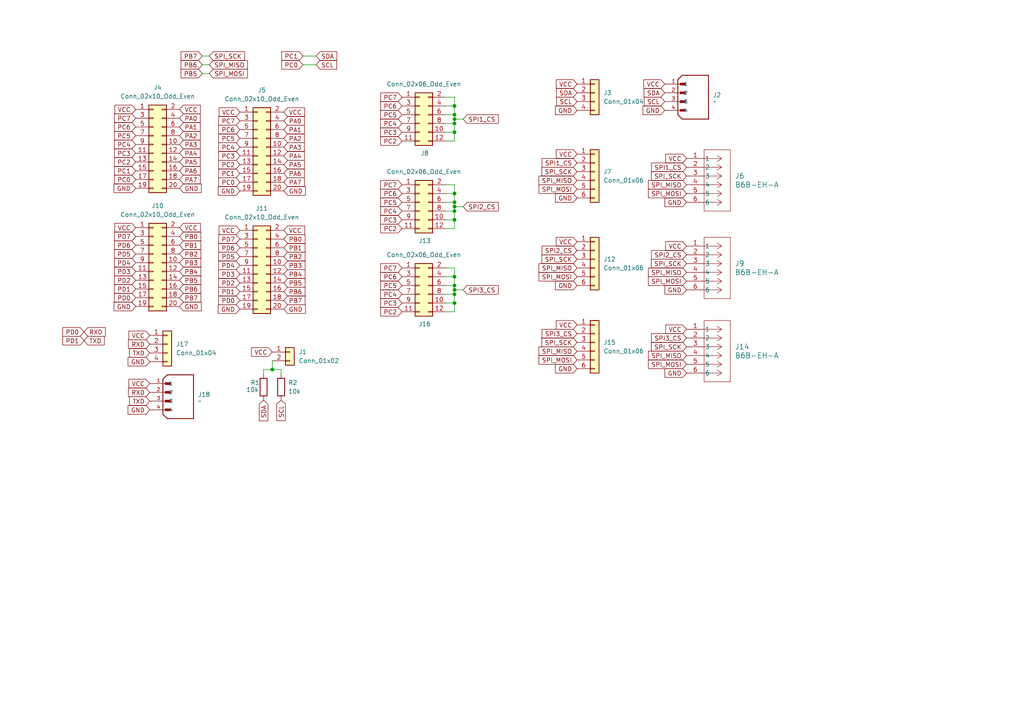
<source format=kicad_sch>
(kicad_sch (version 20231120) (generator "eeschema") (generator_version "8.0")
  (paper "A4")
  (lib_symbols
    (symbol "2024-11-05_08-00-12:B6B-EH-A" (pin_names (offset 0.254))
      (property "Reference" "J" (at 8.89 6.35 0))
      (property "Value" "B6B-EH-A" (at 0 0 0))
      (symbol "B6B-EH-A_1_1"
        (polyline (pts (xy 5.08 -15.24) (xy 12.7 -15.24)) (stroke (width 0.127)))
        (polyline (pts (xy 5.08 2.54) (xy 5.08 -15.24)) (stroke (width 0.127)))
        (polyline (pts (xy 10.16 -12.7) (xy 5.08 -12.7)) (stroke (width 0.127)))
        (polyline (pts (xy 10.16 -12.7) (xy 8.89 -13.5467)) (stroke (width 0.127)))
        (polyline (pts (xy 10.16 -12.7) (xy 8.89 -11.8533)) (stroke (width 0.127)))
        (polyline (pts (xy 10.16 -10.16) (xy 5.08 -10.16)) (stroke (width 0.127)))
        (polyline (pts (xy 10.16 -10.16) (xy 8.89 -11.0067)) (stroke (width 0.127)))
        (polyline (pts (xy 10.16 -10.16) (xy 8.89 -9.3133)) (stroke (width 0.127)))
        (polyline (pts (xy 10.16 -7.62) (xy 5.08 -7.62)) (stroke (width 0.127)))
        (polyline (pts (xy 10.16 -7.62) (xy 8.89 -8.4667)) (stroke (width 0.127)))
        (polyline (pts (xy 10.16 -7.62) (xy 8.89 -6.7733)) (stroke (width 0.127)))
        (polyline (pts (xy 10.16 -5.08) (xy 5.08 -5.08)) (stroke (width 0.127)))
        (polyline (pts (xy 10.16 -5.08) (xy 8.89 -5.9267)) (stroke (width 0.127)))
        (polyline (pts (xy 10.16 -5.08) (xy 8.89 -4.2333)) (stroke (width 0.127)))
        (polyline (pts (xy 10.16 -2.54) (xy 5.08 -2.54)) (stroke (width 0.127)))
        (polyline (pts (xy 10.16 -2.54) (xy 8.89 -3.3867)) (stroke (width 0.127)))
        (polyline (pts (xy 10.16 -2.54) (xy 8.89 -1.6933)) (stroke (width 0.127)))
        (polyline (pts (xy 10.16 0) (xy 5.08 0)) (stroke (width 0.127)))
        (polyline (pts (xy 10.16 0) (xy 8.89 -0.8467)) (stroke (width 0.127)))
        (polyline (pts (xy 10.16 0) (xy 8.89 0.8467)) (stroke (width 0.127)))
        (polyline (pts (xy 12.7 -15.24) (xy 12.7 2.54)) (stroke (width 0.127)))
        (polyline (pts (xy 12.7 2.54) (xy 5.08 2.54)) (stroke (width 0.127)))
        (pin unspecified line (at 0 0 0) (length 5.08) (name "1") (number "1"))
        (pin unspecified line (at 0 -2.54 0) (length 5.08) (name "2") (number "2"))
        (pin unspecified line (at 0 -5.08 0) (length 5.08) (name "3") (number "3"))
        (pin unspecified line (at 0 -7.62 0) (length 5.08) (name "4") (number "4"))
        (pin unspecified line (at 0 -10.16 0) (length 5.08) (name "5") (number "5"))
        (pin unspecified line (at 0 -12.7 0) (length 5.08) (name "6") (number "6"))
      )
      (symbol "B6B-EH-A_1_2"
        (polyline (pts (xy 5.08 -15.24) (xy 12.7 -15.24)) (stroke (width 0.127)))
        (polyline (pts (xy 5.08 2.54) (xy 5.08 -15.24)) (stroke (width 0.127)))
        (polyline (pts (xy 7.62 -12.7) (xy 5.08 -12.7)) (stroke (width 0.127)))
        (polyline (pts (xy 7.62 -12.7) (xy 8.89 -13.5467)) (stroke (width 0.127)))
        (polyline (pts (xy 7.62 -12.7) (xy 8.89 -11.8533)) (stroke (width 0.127)))
        (polyline (pts (xy 7.62 -10.16) (xy 5.08 -10.16)) (stroke (width 0.127)))
        (polyline (pts (xy 7.62 -10.16) (xy 8.89 -11.0067)) (stroke (width 0.127)))
        (polyline (pts (xy 7.62 -10.16) (xy 8.89 -9.3133)) (stroke (width 0.127)))
        (polyline (pts (xy 7.62 -7.62) (xy 5.08 -7.62)) (stroke (width 0.127)))
        (polyline (pts (xy 7.62 -7.62) (xy 8.89 -8.4667)) (stroke (width 0.127)))
        (polyline (pts (xy 7.62 -7.62) (xy 8.89 -6.7733)) (stroke (width 0.127)))
        (polyline (pts (xy 7.62 -5.08) (xy 5.08 -5.08)) (stroke (width 0.127)))
        (polyline (pts (xy 7.62 -5.08) (xy 8.89 -5.9267)) (stroke (width 0.127)))
        (polyline (pts (xy 7.62 -5.08) (xy 8.89 -4.2333)) (stroke (width 0.127)))
        (polyline (pts (xy 7.62 -2.54) (xy 5.08 -2.54)) (stroke (width 0.127)))
        (polyline (pts (xy 7.62 -2.54) (xy 8.89 -3.3867)) (stroke (width 0.127)))
        (polyline (pts (xy 7.62 -2.54) (xy 8.89 -1.6933)) (stroke (width 0.127)))
        (polyline (pts (xy 7.62 0) (xy 5.08 0)) (stroke (width 0.127)))
        (polyline (pts (xy 7.62 0) (xy 8.89 -0.8467)) (stroke (width 0.127)))
        (polyline (pts (xy 7.62 0) (xy 8.89 0.8467)) (stroke (width 0.127)))
        (polyline (pts (xy 12.7 -15.24) (xy 12.7 2.54)) (stroke (width 0.127)))
        (polyline (pts (xy 12.7 2.54) (xy 5.08 2.54)) (stroke (width 0.127)))
        (pin unspecified line (at 0 0 0) (length 5.08) (name "1") (number "1"))
        (pin unspecified line (at 0 -2.54 0) (length 5.08) (name "2") (number "2"))
        (pin unspecified line (at 0 -5.08 0) (length 5.08) (name "3") (number "3"))
        (pin unspecified line (at 0 -7.62 0) (length 5.08) (name "4") (number "4"))
        (pin unspecified line (at 0 -10.16 0) (length 5.08) (name "5") (number "5"))
        (pin unspecified line (at 0 -12.7 0) (length 5.08) (name "6") (number "6"))
      )
    )
    (symbol "Connector_Generic:Conn_01x02" (pin_names (offset 1.016) hide)
      (property "Reference" "J" (at 0 2.54 0))
      (property "Value" "Conn_01x02" (at 0 -5.08 0))
      (symbol "Conn_01x02_1_1"
        (rectangle (start -1.27 -2.413) (end 0 -2.667) (stroke (width 0.1524)))
        (rectangle (start -1.27 0.127) (end 0 -0.127) (stroke (width 0.1524)))
        (rectangle (start -1.27 1.27) (end 1.27 -3.81) (stroke (width 0.254)) (fill (type background)))
        (pin passive line (at -5.08 0 0) (length 3.81) (name "Pin_1") (number "1"))
        (pin passive line (at -5.08 -2.54 0) (length 3.81) (name "Pin_2") (number "2"))
      )
    )
    (symbol "Connector_Generic:Conn_01x04" (pin_names (offset 1.016) hide)
      (property "Reference" "J" (at 0 5.08 0))
      (property "Value" "Conn_01x04" (at 0 -7.62 0))
      (symbol "Conn_01x04_1_1"
        (rectangle (start -1.27 -4.953) (end 0 -5.207) (stroke (width 0.1524)))
        (rectangle (start -1.27 -2.413) (end 0 -2.667) (stroke (width 0.1524)))
        (rectangle (start -1.27 0.127) (end 0 -0.127) (stroke (width 0.1524)))
        (rectangle (start -1.27 2.667) (end 0 2.413) (stroke (width 0.1524)))
        (rectangle (start -1.27 3.81) (end 1.27 -6.35) (stroke (width 0.254)) (fill (type background)))
        (pin passive line (at -5.08 2.54 0) (length 3.81) (name "Pin_1") (number "1"))
        (pin passive line (at -5.08 0 0) (length 3.81) (name "Pin_2") (number "2"))
        (pin passive line (at -5.08 -2.54 0) (length 3.81) (name "Pin_3") (number "3"))
        (pin passive line (at -5.08 -5.08 0) (length 3.81) (name "Pin_4") (number "4"))
      )
    )
    (symbol "Connector_Generic:Conn_01x06" (pin_names (offset 1.016) hide)
      (property "Reference" "J" (at 0 7.62 0))
      (property "Value" "Conn_01x06" (at 0 -10.16 0))
      (symbol "Conn_01x06_1_1"
        (rectangle (start -1.27 -7.493) (end 0 -7.747) (stroke (width 0.1524)))
        (rectangle (start -1.27 -4.953) (end 0 -5.207) (stroke (width 0.1524)))
        (rectangle (start -1.27 -2.413) (end 0 -2.667) (stroke (width 0.1524)))
        (rectangle (start -1.27 0.127) (end 0 -0.127) (stroke (width 0.1524)))
        (rectangle (start -1.27 2.667) (end 0 2.413) (stroke (width 0.1524)))
        (rectangle (start -1.27 5.207) (end 0 4.953) (stroke (width 0.1524)))
        (rectangle (start -1.27 6.35) (end 1.27 -8.89) (stroke (width 0.254)) (fill (type background)))
        (pin passive line (at -5.08 5.08 0) (length 3.81) (name "Pin_1") (number "1"))
        (pin passive line (at -5.08 2.54 0) (length 3.81) (name "Pin_2") (number "2"))
        (pin passive line (at -5.08 0 0) (length 3.81) (name "Pin_3") (number "3"))
        (pin passive line (at -5.08 -2.54 0) (length 3.81) (name "Pin_4") (number "4"))
        (pin passive line (at -5.08 -5.08 0) (length 3.81) (name "Pin_5") (number "5"))
        (pin passive line (at -5.08 -7.62 0) (length 3.81) (name "Pin_6") (number "6"))
      )
    )
    (symbol "Connector_Generic:Conn_02x06_Odd_Even" (pin_names (offset 1.016) hide)
      (property "Reference" "J" (at 1.27 7.62 0))
      (property "Value" "Conn_02x06_Odd_Even" (at 1.27 -10.16 0))
      (symbol "Conn_02x06_Odd_Even_1_1"
        (rectangle (start -1.27 -7.493) (end 0 -7.747) (stroke (width 0.1524)))
        (rectangle (start -1.27 -4.953) (end 0 -5.207) (stroke (width 0.1524)))
        (rectangle (start -1.27 -2.413) (end 0 -2.667) (stroke (width 0.1524)))
        (rectangle (start -1.27 0.127) (end 0 -0.127) (stroke (width 0.1524)))
        (rectangle (start -1.27 2.667) (end 0 2.413) (stroke (width 0.1524)))
        (rectangle (start -1.27 5.207) (end 0 4.953) (stroke (width 0.1524)))
        (rectangle (start -1.27 6.35) (end 3.81 -8.89) (stroke (width 0.254)) (fill (type background)))
        (rectangle (start 3.81 -7.493) (end 2.54 -7.747) (stroke (width 0.1524)))
        (rectangle (start 3.81 -4.953) (end 2.54 -5.207) (stroke (width 0.1524)))
        (rectangle (start 3.81 -2.413) (end 2.54 -2.667) (stroke (width 0.1524)))
        (rectangle (start 3.81 0.127) (end 2.54 -0.127) (stroke (width 0.1524)))
        (rectangle (start 3.81 2.667) (end 2.54 2.413) (stroke (width 0.1524)))
        (rectangle (start 3.81 5.207) (end 2.54 4.953) (stroke (width 0.1524)))
        (pin passive line (at -5.08 5.08 0) (length 3.81) (name "Pin_1") (number "1"))
        (pin passive line (at 7.62 -5.08 180) (length 3.81) (name "Pin_10") (number "10"))
        (pin passive line (at -5.08 -7.62 0) (length 3.81) (name "Pin_11") (number "11"))
        (pin passive line (at 7.62 -7.62 180) (length 3.81) (name "Pin_12") (number "12"))
        (pin passive line (at 7.62 5.08 180) (length 3.81) (name "Pin_2") (number "2"))
        (pin passive line (at -5.08 2.54 0) (length 3.81) (name "Pin_3") (number "3"))
        (pin passive line (at 7.62 2.54 180) (length 3.81) (name "Pin_4") (number "4"))
        (pin passive line (at -5.08 0 0) (length 3.81) (name "Pin_5") (number "5"))
        (pin passive line (at 7.62 0 180) (length 3.81) (name "Pin_6") (number "6"))
        (pin passive line (at -5.08 -2.54 0) (length 3.81) (name "Pin_7") (number "7"))
        (pin passive line (at 7.62 -2.54 180) (length 3.81) (name "Pin_8") (number "8"))
        (pin passive line (at -5.08 -5.08 0) (length 3.81) (name "Pin_9") (number "9"))
      )
    )
    (symbol "Connector_Generic:Conn_02x10_Odd_Even" (pin_names (offset 1.016) hide)
      (property "Reference" "J" (at 1.27 12.7 0))
      (property "Value" "Conn_02x10_Odd_Even" (at 1.27 -15.24 0))
      (symbol "Conn_02x10_Odd_Even_1_1"
        (rectangle (start -1.27 -12.573) (end 0 -12.827) (stroke (width 0.1524)))
        (rectangle (start -1.27 -10.033) (end 0 -10.287) (stroke (width 0.1524)))
        (rectangle (start -1.27 -7.493) (end 0 -7.747) (stroke (width 0.1524)))
        (rectangle (start -1.27 -4.953) (end 0 -5.207) (stroke (width 0.1524)))
        (rectangle (start -1.27 -2.413) (end 0 -2.667) (stroke (width 0.1524)))
        (rectangle (start -1.27 0.127) (end 0 -0.127) (stroke (width 0.1524)))
        (rectangle (start -1.27 2.667) (end 0 2.413) (stroke (width 0.1524)))
        (rectangle (start -1.27 5.207) (end 0 4.953) (stroke (width 0.1524)))
        (rectangle (start -1.27 7.747) (end 0 7.493) (stroke (width 0.1524)))
        (rectangle (start -1.27 10.287) (end 0 10.033) (stroke (width 0.1524)))
        (rectangle (start -1.27 11.43) (end 3.81 -13.97) (stroke (width 0.254)) (fill (type background)))
        (rectangle (start 3.81 -12.573) (end 2.54 -12.827) (stroke (width 0.1524)))
        (rectangle (start 3.81 -10.033) (end 2.54 -10.287) (stroke (width 0.1524)))
        (rectangle (start 3.81 -7.493) (end 2.54 -7.747) (stroke (width 0.1524)))
        (rectangle (start 3.81 -4.953) (end 2.54 -5.207) (stroke (width 0.1524)))
        (rectangle (start 3.81 -2.413) (end 2.54 -2.667) (stroke (width 0.1524)))
        (rectangle (start 3.81 0.127) (end 2.54 -0.127) (stroke (width 0.1524)))
        (rectangle (start 3.81 2.667) (end 2.54 2.413) (stroke (width 0.1524)))
        (rectangle (start 3.81 5.207) (end 2.54 4.953) (stroke (width 0.1524)))
        (rectangle (start 3.81 7.747) (end 2.54 7.493) (stroke (width 0.1524)))
        (rectangle (start 3.81 10.287) (end 2.54 10.033) (stroke (width 0.1524)))
        (pin passive line (at -5.08 10.16 0) (length 3.81) (name "Pin_1") (number "1"))
        (pin passive line (at 7.62 0 180) (length 3.81) (name "Pin_10") (number "10"))
        (pin passive line (at -5.08 -2.54 0) (length 3.81) (name "Pin_11") (number "11"))
        (pin passive line (at 7.62 -2.54 180) (length 3.81) (name "Pin_12") (number "12"))
        (pin passive line (at -5.08 -5.08 0) (length 3.81) (name "Pin_13") (number "13"))
        (pin passive line (at 7.62 -5.08 180) (length 3.81) (name "Pin_14") (number "14"))
        (pin passive line (at -5.08 -7.62 0) (length 3.81) (name "Pin_15") (number "15"))
        (pin passive line (at 7.62 -7.62 180) (length 3.81) (name "Pin_16") (number "16"))
        (pin passive line (at -5.08 -10.16 0) (length 3.81) (name "Pin_17") (number "17"))
        (pin passive line (at 7.62 -10.16 180) (length 3.81) (name "Pin_18") (number "18"))
        (pin passive line (at -5.08 -12.7 0) (length 3.81) (name "Pin_19") (number "19"))
        (pin passive line (at 7.62 10.16 180) (length 3.81) (name "Pin_2") (number "2"))
        (pin passive line (at 7.62 -12.7 180) (length 3.81) (name "Pin_20") (number "20"))
        (pin passive line (at -5.08 7.62 0) (length 3.81) (name "Pin_3") (number "3"))
        (pin passive line (at 7.62 7.62 180) (length 3.81) (name "Pin_4") (number "4"))
        (pin passive line (at -5.08 5.08 0) (length 3.81) (name "Pin_5") (number "5"))
        (pin passive line (at 7.62 5.08 180) (length 3.81) (name "Pin_6") (number "6"))
        (pin passive line (at -5.08 2.54 0) (length 3.81) (name "Pin_7") (number "7"))
        (pin passive line (at 7.62 2.54 180) (length 3.81) (name "Pin_8") (number "8"))
        (pin passive line (at -5.08 0 0) (length 3.81) (name "Pin_9") (number "9"))
      )
    )
    (symbol "Device:R" (pin_numbers hide) (pin_names (offset 0))
      (property "Reference" "R" (at 2.032 0 90))
      (property "Value" "R" (at 0 0 90))
      (symbol "R_0_1"
        (rectangle (start -1.016 -2.54) (end 1.016 2.54) (stroke (width 0.254)))
      )
      (symbol "R_1_1"
        (pin passive line (at 0 3.81 270) (length 1.27) (name "~") (number "1"))
        (pin passive line (at 0 -3.81 90) (length 1.27) (name "~") (number "2"))
      )
    )
    (symbol "Modular_Electronics_Toolkit:CONN_I2C"
      (property "Reference" "J" (at 8.89 3.81 0))
      (symbol "CONN_I2C_0_0"
        (polyline (pts (xy 3.81 -8.89) (xy 5.08 -10.16)) (stroke (width 0.254)))
        (polyline (pts (xy 3.81 1.27) (xy 3.81 -8.89)) (stroke (width 0.254)))
        (polyline (pts (xy 3.81 1.27) (xy 5.08 2.54)) (stroke (width 0.254)))
        (polyline (pts (xy 5.08 -10.16) (xy 12.7 -10.16)) (stroke (width 0.254)))
        (polyline (pts (xy 12.7 -10.16) (xy 12.7 2.54)) (stroke (width 0.254)))
        (polyline (pts (xy 12.7 2.54) (xy 5.08 2.54)) (stroke (width 0.254)))
        (rectangle (start 4.445 -7.9375) (end 6.0325 -7.3025) (stroke (width 0.1)) (fill (type outline)))
        (rectangle (start 4.445 -5.3975) (end 6.0325 -4.7625) (stroke (width 0.1)) (fill (type outline)))
        (rectangle (start 4.445 -2.8575) (end 6.0325 -2.2225) (stroke (width 0.1)) (fill (type outline)))
        (rectangle (start 4.445 -0.3175) (end 6.0325 0.3175) (stroke (width 0.1)) (fill (type outline)))
        (pin passive line (at 0 0 0) (length 5.08) (name "1") (number "1"))
        (pin passive line (at 0 -2.54 0) (length 5.08) (name "2") (number "2"))
        (pin passive line (at 0 -5.08 0) (length 5.08) (name "3") (number "3"))
        (pin passive line (at 0 -7.62 0) (length 5.08) (name "4") (number "4"))
      )
    )
  )
  (junction (at 131.826 63.754))
  (junction (at 131.826 85.344))
  (junction (at 131.826 87.884))
  (junction (at 131.826 58.674))
  (junction (at 78.994 107.188))
  (junction (at 131.826 38.354))
  (junction (at 131.826 34.544))
  (junction (at 131.826 84.074))
  (junction (at 131.826 30.734))
  (junction (at 131.826 33.274))
  (junction (at 131.826 59.944))
  (junction (at 131.826 80.264))
  (junction (at 131.826 61.214))
  (junction (at 131.826 82.804))
  (junction (at 131.826 35.814))
  (junction (at 131.826 56.134))
  (wire (pts (xy 87.884 18.796) (xy 91.694 18.796)))
  (wire (pts (xy 129.286 77.724) (xy 131.826 77.724)))
  (wire (pts (xy 81.534 107.188) (xy 78.994 107.188)))
  (wire (pts (xy 129.286 80.264) (xy 131.826 80.264)))
  (wire (pts (xy 131.826 80.264) (xy 131.826 82.804)))
  (wire (pts (xy 131.826 82.804) (xy 131.826 84.074)))
  (wire (pts (xy 129.286 56.134) (xy 131.826 56.134)))
  (wire (pts (xy 129.286 61.214) (xy 131.826 61.214)))
  (wire (pts (xy 131.826 85.344) (xy 131.826 87.884)))
  (wire (pts (xy 131.826 35.814) (xy 131.826 38.354)))
  (wire (pts (xy 129.286 58.674) (xy 131.826 58.674)))
  (wire (pts (xy 78.994 104.648) (xy 78.994 107.188)))
  (wire (pts (xy 81.534 108.458) (xy 81.534 107.188)))
  (wire (pts (xy 131.826 34.544) (xy 134.366 34.544)))
  (wire (pts (xy 131.826 84.074) (xy 131.826 85.344)))
  (wire (pts (xy 129.286 87.884) (xy 131.826 87.884)))
  (wire (pts (xy 131.826 90.424) (xy 129.286 90.424)))
  (wire (pts (xy 129.286 35.814) (xy 131.826 35.814)))
  (wire (pts (xy 131.826 28.194) (xy 131.826 30.734)))
  (wire (pts (xy 131.826 58.674) (xy 131.826 59.944)))
  (wire (pts (xy 129.286 85.344) (xy 131.826 85.344)))
  (wire (pts (xy 129.286 30.734) (xy 131.826 30.734)))
  (wire (pts (xy 131.826 34.544) (xy 131.826 35.814)))
  (wire (pts (xy 129.286 33.274) (xy 131.826 33.274)))
  (wire (pts (xy 131.826 30.734) (xy 131.826 33.274)))
  (wire (pts (xy 87.884 16.256) (xy 91.694 16.256)))
  (wire (pts (xy 131.826 63.754) (xy 131.826 66.294)))
  (wire (pts (xy 131.826 66.294) (xy 129.286 66.294)))
  (wire (pts (xy 129.286 28.194) (xy 131.826 28.194)))
  (wire (pts (xy 131.826 40.894) (xy 129.286 40.894)))
  (wire (pts (xy 129.286 53.594) (xy 131.826 53.594)))
  (wire (pts (xy 78.994 107.188) (xy 76.454 107.188)))
  (wire (pts (xy 131.826 56.134) (xy 131.826 58.674)))
  (wire (pts (xy 129.286 38.354) (xy 131.826 38.354)))
  (wire (pts (xy 58.674 18.796) (xy 60.706 18.796)))
  (wire (pts (xy 131.826 59.944) (xy 131.826 61.214)))
  (wire (pts (xy 58.674 21.336) (xy 60.706 21.336)))
  (wire (pts (xy 131.826 61.214) (xy 131.826 63.754)))
  (wire (pts (xy 129.286 82.804) (xy 131.826 82.804)))
  (wire (pts (xy 131.826 38.354) (xy 131.826 40.894)))
  (wire (pts (xy 76.454 107.188) (xy 76.454 108.458)))
  (wire (pts (xy 131.826 53.594) (xy 131.826 56.134)))
  (wire (pts (xy 131.826 84.074) (xy 134.366 84.074)))
  (wire (pts (xy 58.674 16.256) (xy 60.706 16.256)))
  (wire (pts (xy 131.826 33.274) (xy 131.826 34.544)))
  (wire (pts (xy 129.286 63.754) (xy 131.826 63.754)))
  (wire (pts (xy 131.826 59.944) (xy 134.366 59.944)))
  (wire (pts (xy 131.826 77.724) (xy 131.826 80.264)))
  (wire (pts (xy 131.826 87.884) (xy 131.826 90.424)))
  (global_label "VCC" (shape input) (at 39.37 31.75 180) (property "Intersheetrefs" "${INTERSHEET_REFS}" (effects (hide yes))))
  (global_label "PC4" (shape input) (at 69.596 42.672 180) (property "Intersheetrefs" "${INTERSHEET_REFS}" (effects (hide yes))))
  (global_label "SPI1_CS" (shape input) (at 134.366 34.544 0) (property "Intersheetrefs" "${INTERSHEET_REFS}" (effects (hide yes))))
  (global_label "SPI_SCK" (shape input) (at 167.386 49.784 180) (property "Intersheetrefs" "${INTERSHEET_REFS}" (effects (hide yes))))
  (global_label "PA0" (shape input) (at 82.296 35.052 0) (property "Intersheetrefs" "${INTERSHEET_REFS}" (effects (hide yes))))
  (global_label "SCL" (shape input) (at 167.386 29.464 180) (property "Intersheetrefs" "${INTERSHEET_REFS}" (effects (hide yes))))
  (global_label "SPI_MISO" (shape input) (at 60.706 18.796 0) (property "Intersheetrefs" "${INTERSHEET_REFS}" (effects (hide yes))))
  (global_label "GND" (shape input) (at 167.386 57.404 180) (property "Intersheetrefs" "${INTERSHEET_REFS}" (effects (hide yes))))
  (global_label "SDA" (shape input) (at 91.694 16.256 0) (property "Intersheetrefs" "${INTERSHEET_REFS}" (effects (hide yes))))
  (global_label "SPI2_CS" (shape input) (at 167.386 72.644 180) (property "Intersheetrefs" "${INTERSHEET_REFS}" (effects (hide yes))))
  (global_label "SPI_MISO" (shape input) (at 199.136 78.994 180) (property "Intersheetrefs" "${INTERSHEET_REFS}" (effects (hide yes))))
  (global_label "TXD" (shape input) (at 43.434 102.362 180) (property "Intersheetrefs" "${INTERSHEET_REFS}" (effects (hide yes))))
  (global_label "SPI_SCK" (shape input) (at 199.136 51.054 180) (property "Intersheetrefs" "${INTERSHEET_REFS}" (effects (hide yes))))
  (global_label "PC3" (shape input) (at 116.586 87.884 180) (property "Intersheetrefs" "${INTERSHEET_REFS}" (effects (hide yes))))
  (global_label "PB0" (shape input) (at 82.296 69.342 0) (property "Intersheetrefs" "${INTERSHEET_REFS}" (effects (hide yes))))
  (global_label "PC3" (shape input) (at 69.596 45.212 180) (property "Intersheetrefs" "${INTERSHEET_REFS}" (effects (hide yes))))
  (global_label "PB6" (shape input) (at 58.674 18.796 180) (property "Intersheetrefs" "${INTERSHEET_REFS}" (effects (hide yes))))
  (global_label "GND" (shape input) (at 39.37 54.61 180) (property "Intersheetrefs" "${INTERSHEET_REFS}" (effects (hide yes))))
  (global_label "SPI_MOSI" (shape input) (at 60.706 21.336 0) (property "Intersheetrefs" "${INTERSHEET_REFS}" (effects (hide yes))))
  (global_label "SPI_SCK" (shape input) (at 199.136 100.584 180) (property "Intersheetrefs" "${INTERSHEET_REFS}" (effects (hide yes))))
  (global_label "PD5" (shape input) (at 39.37 73.66 180) (property "Intersheetrefs" "${INTERSHEET_REFS}" (effects (hide yes))))
  (global_label "PC2" (shape input) (at 39.37 46.99 180) (property "Intersheetrefs" "${INTERSHEET_REFS}" (effects (hide yes))))
  (global_label "SPI1_CS" (shape input) (at 199.136 48.514 180) (property "Intersheetrefs" "${INTERSHEET_REFS}" (effects (hide yes))))
  (global_label "VCC" (shape input) (at 167.386 94.234 180) (property "Intersheetrefs" "${INTERSHEET_REFS}" (effects (hide yes))))
  (global_label "PA3" (shape input) (at 52.07 41.91 0) (property "Intersheetrefs" "${INTERSHEET_REFS}" (effects (hide yes))))
  (global_label "SCL" (shape input) (at 192.786 29.464 180) (property "Intersheetrefs" "${INTERSHEET_REFS}" (effects (hide yes))))
  (global_label "SDA" (shape input) (at 167.386 26.924 180) (property "Intersheetrefs" "${INTERSHEET_REFS}" (effects (hide yes))))
  (global_label "PC3" (shape input) (at 39.37 44.45 180) (property "Intersheetrefs" "${INTERSHEET_REFS}" (effects (hide yes))))
  (global_label "VCC" (shape input) (at 82.296 66.802 0) (property "Intersheetrefs" "${INTERSHEET_REFS}" (effects (hide yes))))
  (global_label "PD2" (shape input) (at 39.37 81.28 180) (property "Intersheetrefs" "${INTERSHEET_REFS}" (effects (hide yes))))
  (global_label "GND" (shape input) (at 52.07 54.61 0) (property "Intersheetrefs" "${INTERSHEET_REFS}" (effects (hide yes))))
  (global_label "SPI2_CS" (shape input) (at 134.366 59.944 0) (property "Intersheetrefs" "${INTERSHEET_REFS}" (effects (hide yes))))
  (global_label "SPI_MOSI" (shape input) (at 199.136 81.534 180) (property "Intersheetrefs" "${INTERSHEET_REFS}" (effects (hide yes))))
  (global_label "PC5" (shape input) (at 116.586 33.274 180) (property "Intersheetrefs" "${INTERSHEET_REFS}" (effects (hide yes))))
  (global_label "PB5" (shape input) (at 82.296 82.042 0) (property "Intersheetrefs" "${INTERSHEET_REFS}" (effects (hide yes))))
  (global_label "GND" (shape input) (at 39.37 88.9 180) (property "Intersheetrefs" "${INTERSHEET_REFS}" (effects (hide yes))))
  (global_label "PB1" (shape input) (at 82.296 71.882 0) (property "Intersheetrefs" "${INTERSHEET_REFS}" (effects (hide yes))))
  (global_label "SPI3_CS" (shape input) (at 199.136 98.044 180) (property "Intersheetrefs" "${INTERSHEET_REFS}" (effects (hide yes))))
  (global_label "VCC" (shape input) (at 52.07 66.04 0) (property "Intersheetrefs" "${INTERSHEET_REFS}" (effects (hide yes))))
  (global_label "PC7" (shape input) (at 116.586 53.594 180) (property "Intersheetrefs" "${INTERSHEET_REFS}" (effects (hide yes))))
  (global_label "GND" (shape input) (at 167.386 82.804 180) (property "Intersheetrefs" "${INTERSHEET_REFS}" (effects (hide yes))))
  (global_label "PC6" (shape input) (at 116.586 30.734 180) (property "Intersheetrefs" "${INTERSHEET_REFS}" (effects (hide yes))))
  (global_label "RXD" (shape input) (at 24.384 96.266 0) (property "Intersheetrefs" "${INTERSHEET_REFS}" (effects (hide yes))))
  (global_label "PA6" (shape input) (at 82.296 50.292 0) (property "Intersheetrefs" "${INTERSHEET_REFS}" (effects (hide yes))))
  (global_label "PA7" (shape input) (at 52.07 52.07 0) (property "Intersheetrefs" "${INTERSHEET_REFS}" (effects (hide yes))))
  (global_label "PC5" (shape input) (at 116.586 58.674 180) (property "Intersheetrefs" "${INTERSHEET_REFS}" (effects (hide yes))))
  (global_label "PC4" (shape input) (at 39.37 41.91 180) (property "Intersheetrefs" "${INTERSHEET_REFS}" (effects (hide yes))))
  (global_label "PA1" (shape input) (at 52.07 36.83 0) (property "Intersheetrefs" "${INTERSHEET_REFS}" (effects (hide yes))))
  (global_label "TXD" (shape input) (at 43.434 116.332 180) (property "Intersheetrefs" "${INTERSHEET_REFS}" (effects (hide yes))))
  (global_label "PA1" (shape input) (at 82.296 37.592 0) (property "Intersheetrefs" "${INTERSHEET_REFS}" (effects (hide yes))))
  (global_label "PC2" (shape input) (at 116.586 40.894 180) (property "Intersheetrefs" "${INTERSHEET_REFS}" (effects (hide yes))))
  (global_label "VCC" (shape input) (at 199.136 45.974 180) (property "Intersheetrefs" "${INTERSHEET_REFS}" (effects (hide yes))))
  (global_label "PC5" (shape input) (at 116.586 82.804 180) (property "Intersheetrefs" "${INTERSHEET_REFS}" (effects (hide yes))))
  (global_label "PC2" (shape input) (at 116.586 90.424 180) (property "Intersheetrefs" "${INTERSHEET_REFS}" (effects (hide yes))))
  (global_label "PC7" (shape input) (at 69.596 35.052 180) (property "Intersheetrefs" "${INTERSHEET_REFS}" (effects (hide yes))))
  (global_label "GND" (shape input) (at 199.136 108.204 180) (property "Intersheetrefs" "${INTERSHEET_REFS}" (effects (hide yes))))
  (global_label "PD6" (shape input) (at 39.37 71.12 180) (property "Intersheetrefs" "${INTERSHEET_REFS}" (effects (hide yes))))
  (global_label "PD0" (shape input) (at 39.37 86.36 180) (property "Intersheetrefs" "${INTERSHEET_REFS}" (effects (hide yes))))
  (global_label "SPI_SCK" (shape input) (at 167.386 75.184 180) (property "Intersheetrefs" "${INTERSHEET_REFS}" (effects (hide yes))))
  (global_label "PD3" (shape input) (at 69.596 79.502 180) (property "Intersheetrefs" "${INTERSHEET_REFS}" (effects (hide yes))))
  (global_label "PB7" (shape input) (at 82.296 87.122 0) (property "Intersheetrefs" "${INTERSHEET_REFS}" (effects (hide yes))))
  (global_label "PA4" (shape input) (at 82.296 45.212 0) (property "Intersheetrefs" "${INTERSHEET_REFS}" (effects (hide yes))))
  (global_label "GND" (shape input) (at 199.136 58.674 180) (property "Intersheetrefs" "${INTERSHEET_REFS}" (effects (hide yes))))
  (global_label "PD5" (shape input) (at 69.596 74.422 180) (property "Intersheetrefs" "${INTERSHEET_REFS}" (effects (hide yes))))
  (global_label "SDA" (shape input) (at 76.454 116.078 270) (property "Intersheetrefs" "${INTERSHEET_REFS}" (effects (hide yes))))
  (global_label "VCC" (shape input) (at 82.296 32.512 0) (property "Intersheetrefs" "${INTERSHEET_REFS}" (effects (hide yes))))
  (global_label "VCC" (shape input) (at 167.386 70.104 180) (property "Intersheetrefs" "${INTERSHEET_REFS}" (effects (hide yes))))
  (global_label "PD1" (shape input) (at 39.37 83.82 180) (property "Intersheetrefs" "${INTERSHEET_REFS}" (effects (hide yes))))
  (global_label "PC0" (shape input) (at 69.596 52.832 180) (property "Intersheetrefs" "${INTERSHEET_REFS}" (effects (hide yes))))
  (global_label "GND" (shape input) (at 69.596 89.662 180) (property "Intersheetrefs" "${INTERSHEET_REFS}" (effects (hide yes))))
  (global_label "PA5" (shape input) (at 52.07 46.99 0) (property "Intersheetrefs" "${INTERSHEET_REFS}" (effects (hide yes))))
  (global_label "PD7" (shape input) (at 39.37 68.58 180) (property "Intersheetrefs" "${INTERSHEET_REFS}" (effects (hide yes))))
  (global_label "PC4" (shape input) (at 116.586 61.214 180) (property "Intersheetrefs" "${INTERSHEET_REFS}" (effects (hide yes))))
  (global_label "GND" (shape input) (at 82.296 55.372 0) (property "Intersheetrefs" "${INTERSHEET_REFS}" (effects (hide yes))))
  (global_label "PB7" (shape input) (at 58.674 16.256 180) (property "Intersheetrefs" "${INTERSHEET_REFS}" (effects (hide yes))))
  (global_label "PB7" (shape input) (at 52.07 86.36 0) (property "Intersheetrefs" "${INTERSHEET_REFS}" (effects (hide yes))))
  (global_label "SPI2_CS" (shape input) (at 199.136 73.914 180) (property "Intersheetrefs" "${INTERSHEET_REFS}" (effects (hide yes))))
  (global_label "PB0" (shape input) (at 52.07 68.58 0) (property "Intersheetrefs" "${INTERSHEET_REFS}" (effects (hide yes))))
  (global_label "VCC" (shape input) (at 43.434 97.282 180) (property "Intersheetrefs" "${INTERSHEET_REFS}" (effects (hide yes))))
  (global_label "PA4" (shape input) (at 52.07 44.45 0) (property "Intersheetrefs" "${INTERSHEET_REFS}" (effects (hide yes))))
  (global_label "PC7" (shape input) (at 116.586 28.194 180) (property "Intersheetrefs" "${INTERSHEET_REFS}" (effects (hide yes))))
  (global_label "PB2" (shape input) (at 82.296 74.422 0) (property "Intersheetrefs" "${INTERSHEET_REFS}" (effects (hide yes))))
  (global_label "PB3" (shape input) (at 82.296 76.962 0) (property "Intersheetrefs" "${INTERSHEET_REFS}" (effects (hide yes))))
  (global_label "SPI_MISO" (shape input) (at 199.136 53.594 180) (property "Intersheetrefs" "${INTERSHEET_REFS}" (effects (hide yes))))
  (global_label "PB5" (shape input) (at 52.07 81.28 0) (property "Intersheetrefs" "${INTERSHEET_REFS}" (effects (hide yes))))
  (global_label "PA5" (shape input) (at 82.296 47.752 0) (property "Intersheetrefs" "${INTERSHEET_REFS}" (effects (hide yes))))
  (global_label "PC7" (shape input) (at 116.586 77.724 180) (property "Intersheetrefs" "${INTERSHEET_REFS}" (effects (hide yes))))
  (global_label "PD6" (shape input) (at 69.596 71.882 180) (property "Intersheetrefs" "${INTERSHEET_REFS}" (effects (hide yes))))
  (global_label "PA0" (shape input) (at 52.07 34.29 0) (property "Intersheetrefs" "${INTERSHEET_REFS}" (effects (hide yes))))
  (global_label "PA2" (shape input) (at 52.07 39.37 0) (property "Intersheetrefs" "${INTERSHEET_REFS}" (effects (hide yes))))
  (global_label "PD1" (shape input) (at 69.596 84.582 180) (property "Intersheetrefs" "${INTERSHEET_REFS}" (effects (hide yes))))
  (global_label "PC0" (shape input) (at 87.884 18.796 180) (property "Intersheetrefs" "${INTERSHEET_REFS}" (effects (hide yes))))
  (global_label "PC6" (shape input) (at 116.586 80.264 180) (property "Intersheetrefs" "${INTERSHEET_REFS}" (effects (hide yes))))
  (global_label "VCC" (shape input) (at 167.386 24.384 180) (property "Intersheetrefs" "${INTERSHEET_REFS}" (effects (hide yes))))
  (global_label "VCC" (shape input) (at 52.07 31.75 0) (property "Intersheetrefs" "${INTERSHEET_REFS}" (effects (hide yes))))
  (global_label "PB6" (shape input) (at 52.07 83.82 0) (property "Intersheetrefs" "${INTERSHEET_REFS}" (effects (hide yes))))
  (global_label "SPI_MOSI" (shape input) (at 167.386 80.264 180) (property "Intersheetrefs" "${INTERSHEET_REFS}" (effects (hide yes))))
  (global_label "GND" (shape input) (at 43.434 118.872 180) (property "Intersheetrefs" "${INTERSHEET_REFS}" (effects (hide yes))))
  (global_label "PD4" (shape input) (at 69.596 76.962 180) (property "Intersheetrefs" "${INTERSHEET_REFS}" (effects (hide yes))))
  (global_label "VCC" (shape input) (at 192.786 24.384 180) (property "Intersheetrefs" "${INTERSHEET_REFS}" (effects (hide yes))))
  (global_label "SPI_MOSI" (shape input) (at 167.386 54.864 180) (property "Intersheetrefs" "${INTERSHEET_REFS}" (effects (hide yes))))
  (global_label "VCC" (shape input) (at 167.386 44.704 180) (property "Intersheetrefs" "${INTERSHEET_REFS}" (effects (hide yes))))
  (global_label "VCC" (shape input) (at 69.596 32.512 180) (property "Intersheetrefs" "${INTERSHEET_REFS}" (effects (hide yes))))
  (global_label "SPI_MISO" (shape input) (at 199.136 103.124 180) (property "Intersheetrefs" "${INTERSHEET_REFS}" (effects (hide yes))))
  (global_label "PC4" (shape input) (at 116.586 85.344 180) (property "Intersheetrefs" "${INTERSHEET_REFS}" (effects (hide yes))))
  (global_label "SPI_MISO" (shape input) (at 167.386 101.854 180) (property "Intersheetrefs" "${INTERSHEET_REFS}" (effects (hide yes))))
  (global_label "PC4" (shape input) (at 116.586 35.814 180) (property "Intersheetrefs" "${INTERSHEET_REFS}" (effects (hide yes))))
  (global_label "GND" (shape input) (at 82.296 89.662 0) (property "Intersheetrefs" "${INTERSHEET_REFS}" (effects (hide yes))))
  (global_label "VCC" (shape input) (at 199.136 71.374 180) (property "Intersheetrefs" "${INTERSHEET_REFS}" (effects (hide yes))))
  (global_label "SCL" (shape input) (at 81.534 116.078 270) (property "Intersheetrefs" "${INTERSHEET_REFS}" (effects (hide yes))))
  (global_label "VCC" (shape input) (at 199.136 95.504 180) (property "Intersheetrefs" "${INTERSHEET_REFS}" (effects (hide yes))))
  (global_label "PC7" (shape input) (at 39.37 34.29 180) (property "Intersheetrefs" "${INTERSHEET_REFS}" (effects (hide yes))))
  (global_label "PC3" (shape input) (at 116.586 63.754 180) (property "Intersheetrefs" "${INTERSHEET_REFS}" (effects (hide yes))))
  (global_label "PC2" (shape input) (at 69.596 47.752 180) (property "Intersheetrefs" "${INTERSHEET_REFS}" (effects (hide yes))))
  (global_label "GND" (shape input) (at 199.136 84.074 180) (property "Intersheetrefs" "${INTERSHEET_REFS}" (effects (hide yes))))
  (global_label "PC6" (shape input) (at 69.596 37.592 180) (property "Intersheetrefs" "${INTERSHEET_REFS}" (effects (hide yes))))
  (global_label "GND" (shape input) (at 69.596 55.372 180) (property "Intersheetrefs" "${INTERSHEET_REFS}" (effects (hide yes))))
  (global_label "PC1" (shape input) (at 69.596 50.292 180) (property "Intersheetrefs" "${INTERSHEET_REFS}" (effects (hide yes))))
  (global_label "SPI3_CS" (shape input) (at 134.366 84.074 0) (property "Intersheetrefs" "${INTERSHEET_REFS}" (effects (hide yes))))
  (global_label "PB2" (shape input) (at 52.07 73.66 0) (property "Intersheetrefs" "${INTERSHEET_REFS}" (effects (hide yes))))
  (global_label "SPI_SCK" (shape input) (at 60.706 16.256 0) (property "Intersheetrefs" "${INTERSHEET_REFS}" (effects (hide yes))))
  (global_label "SPI3_CS" (shape input) (at 167.386 96.774 180) (property "Intersheetrefs" "${INTERSHEET_REFS}" (effects (hide yes))))
  (global_label "PB3" (shape input) (at 52.07 76.2 0) (property "Intersheetrefs" "${INTERSHEET_REFS}" (effects (hide yes))))
  (global_label "PC6" (shape input) (at 116.586 56.134 180) (property "Intersheetrefs" "${INTERSHEET_REFS}" (effects (hide yes))))
  (global_label "RXD" (shape input) (at 43.434 113.792 180) (property "Intersheetrefs" "${INTERSHEET_REFS}" (effects (hide yes))))
  (global_label "SPI_SCK" (shape input) (at 167.386 99.314 180) (property "Intersheetrefs" "${INTERSHEET_REFS}" (effects (hide yes))))
  (global_label "GND" (shape input) (at 43.434 104.902 180) (property "Intersheetrefs" "${INTERSHEET_REFS}" (effects (hide yes))))
  (global_label "PB4" (shape input) (at 52.07 78.74 0) (property "Intersheetrefs" "${INTERSHEET_REFS}" (effects (hide yes))))
  (global_label "SPI_MOSI" (shape input) (at 167.386 104.394 180) (property "Intersheetrefs" "${INTERSHEET_REFS}" (effects (hide yes))))
  (global_label "GND" (shape input) (at 167.386 32.004 180) (property "Intersheetrefs" "${INTERSHEET_REFS}" (effects (hide yes))))
  (global_label "GND" (shape input) (at 192.786 32.004 180) (property "Intersheetrefs" "${INTERSHEET_REFS}" (effects (hide yes))))
  (global_label "PD3" (shape input) (at 39.37 78.74 180) (property "Intersheetrefs" "${INTERSHEET_REFS}" (effects (hide yes))))
  (global_label "PD0" (shape input) (at 69.596 87.122 180) (property "Intersheetrefs" "${INTERSHEET_REFS}" (effects (hide yes))))
  (global_label "PB1" (shape input) (at 52.07 71.12 0) (property "Intersheetrefs" "${INTERSHEET_REFS}" (effects (hide yes))))
  (global_label "PA7" (shape input) (at 82.296 52.832 0) (property "Intersheetrefs" "${INTERSHEET_REFS}" (effects (hide yes))))
  (global_label "SCL" (shape input) (at 91.694 18.796 0) (property "Intersheetrefs" "${INTERSHEET_REFS}" (effects (hide yes))))
  (global_label "PC6" (shape input) (at 39.37 36.83 180) (property "Intersheetrefs" "${INTERSHEET_REFS}" (effects (hide yes))))
  (global_label "VCC" (shape input) (at 69.596 66.802 180) (property "Intersheetrefs" "${INTERSHEET_REFS}" (effects (hide yes))))
  (global_label "PD7" (shape input) (at 69.596 69.342 180) (property "Intersheetrefs" "${INTERSHEET_REFS}" (effects (hide yes))))
  (global_label "GND" (shape input) (at 52.07 88.9 0) (property "Intersheetrefs" "${INTERSHEET_REFS}" (effects (hide yes))))
  (global_label "PA2" (shape input) (at 82.296 40.132 0) (property "Intersheetrefs" "${INTERSHEET_REFS}" (effects (hide yes))))
  (global_label "PC1" (shape input) (at 87.884 16.256 180) (property "Intersheetrefs" "${INTERSHEET_REFS}" (effects (hide yes))))
  (global_label "SPI1_CS" (shape input) (at 167.386 47.244 180) (property "Intersheetrefs" "${INTERSHEET_REFS}" (effects (hide yes))))
  (global_label "SPI_MOSI" (shape input) (at 199.136 105.664 180) (property "Intersheetrefs" "${INTERSHEET_REFS}" (effects (hide yes))))
  (global_label "VCC" (shape input) (at 43.434 111.252 180) (property "Intersheetrefs" "${INTERSHEET_REFS}" (effects (hide yes))))
  (global_label "TXD" (shape input) (at 24.384 98.806 0) (property "Intersheetrefs" "${INTERSHEET_REFS}" (effects (hide yes))))
  (global_label "VCC" (shape input) (at 78.994 102.108 180) (property "Intersheetrefs" "${INTERSHEET_REFS}" (effects (hide yes))))
  (global_label "PA3" (shape input) (at 82.296 42.672 0) (property "Intersheetrefs" "${INTERSHEET_REFS}" (effects (hide yes))))
  (global_label "SPI_MISO" (shape input) (at 167.386 77.724 180) (property "Intersheetrefs" "${INTERSHEET_REFS}" (effects (hide yes))))
  (global_label "PB4" (shape input) (at 82.296 79.502 0) (property "Intersheetrefs" "${INTERSHEET_REFS}" (effects (hide yes))))
  (global_label "GND" (shape input) (at 167.386 106.934 180) (property "Intersheetrefs" "${INTERSHEET_REFS}" (effects (hide yes))))
  (global_label "SDA" (shape input) (at 192.786 26.924 180) (property "Intersheetrefs" "${INTERSHEET_REFS}" (effects (hide yes))))
  (global_label "PC5" (shape input) (at 69.596 40.132 180) (property "Intersheetrefs" "${INTERSHEET_REFS}" (effects (hide yes))))
  (global_label "PC2" (shape input) (at 116.586 66.294 180) (property "Intersheetrefs" "${INTERSHEET_REFS}" (effects (hide yes))))
  (global_label "PC5" (shape input) (at 39.37 39.37 180) (property "Intersheetrefs" "${INTERSHEET_REFS}" (effects (hide yes))))
  (global_label "PD0" (shape input) (at 24.384 96.266 180) (property "Intersheetrefs" "${INTERSHEET_REFS}" (effects (hide yes))))
  (global_label "SPI_MISO" (shape input) (at 167.386 52.324 180) (property "Intersheetrefs" "${INTERSHEET_REFS}" (effects (hide yes))))
  (global_label "PD2" (shape input) (at 69.596 82.042 180) (property "Intersheetrefs" "${INTERSHEET_REFS}" (effects (hide yes))))
  (global_label "SPI_MOSI" (shape input) (at 199.136 56.134 180) (property "Intersheetrefs" "${INTERSHEET_REFS}" (effects (hide yes))))
  (global_label "PB5" (shape input) (at 58.674 21.336 180) (property "Intersheetrefs" "${INTERSHEET_REFS}" (effects (hide yes))))
  (global_label "PC0" (shape input) (at 39.37 52.07 180) (property "Intersheetrefs" "${INTERSHEET_REFS}" (effects (hide yes))))
  (global_label "RXD" (shape input) (at 43.434 99.822 180) (property "Intersheetrefs" "${INTERSHEET_REFS}" (effects (hide yes))))
  (global_label "PD4" (shape input) (at 39.37 76.2 180) (property "Intersheetrefs" "${INTERSHEET_REFS}" (effects (hide yes))))
  (global_label "PC1" (shape input) (at 39.37 49.53 180) (property "Intersheetrefs" "${INTERSHEET_REFS}" (effects (hide yes))))
  (global_label "SPI_SCK" (shape input) (at 199.136 76.454 180) (property "Intersheetrefs" "${INTERSHEET_REFS}" (effects (hide yes))))
  (global_label "PB6" (shape input) (at 82.296 84.582 0) (property "Intersheetrefs" "${INTERSHEET_REFS}" (effects (hide yes))))
  (global_label "VCC" (shape input) (at 39.37 66.04 180) (property "Intersheetrefs" "${INTERSHEET_REFS}" (effects (hide yes))))
  (global_label "PC3" (shape input) (at 116.586 38.354 180) (property "Intersheetrefs" "${INTERSHEET_REFS}" (effects (hide yes))))
  (global_label "PD1" (shape input) (at 24.384 98.806 180) (property "Intersheetrefs" "${INTERSHEET_REFS}" (effects (hide yes))))
  (global_label "PA6" (shape input) (at 52.07 49.53 0) (property "Intersheetrefs" "${INTERSHEET_REFS}" (effects (hide yes))))
  (symbol (lib_id "2024-11-05_08-00-12:B6B-EH-A") (at 199.136 45.974 0) (unit 1)
    (property "Reference" "J6" (at 213.106 51.0539 0) (effects (font (size 1.524 1.524)) (justify left)))
    (property "Value" "B6B-EH-A" (at 213.106 53.5939 0) (effects (font (size 1.524 1.524)) (justify left)))
    (property "Footprint" "footprints:CONN_B6B-EH-A_JST" (effects (hide yes)))
    (property "Datasheet" "B6B-EH-A" (effects (hide yes)))
  )
  (symbol (lib_id "Connector_Generic:Conn_02x10_Odd_Even") (at 74.676 76.962 0) (unit 1)
    (property "Reference" "J11" (at 75.946 60.452 0))
    (property "Value" "Conn_02x10_Odd_Even" (at 75.946 62.992 0))
    (property "Footprint" "Connector_PinSocket_2.54mm:PinSocket_2x10_P2.54mm_Vertical" (effects (hide yes)))
    (property "Description" "Generic connector, double row, 02x10, odd/even pin numbering scheme (row 1 odd numbers, row 2 even numbers), script generated (kicad-library-utils/schlib/autogen/connector/)" (effects (hide yes)))
  )
  (symbol (lib_id "Modular_Electronics_Toolkit:CONN_I2C") (at 43.434 111.252 0) (unit 1)
    (property "Reference" "J18" (at 57.404 114.4269 0) (effects (justify left)))
    (property "Value" "~" (at 57.404 116.332 0) (effects (justify left)))
    (property "Footprint" "Connector_JST:JST_EH_B4B-EH-A_1x04_P2.50mm_Vertical" (effects (hide yes)))
  )
  (symbol (lib_id "Connector_Generic:Conn_02x06_Odd_Even") (at 121.666 82.804 0) (unit 1)
    (property "Reference" "J16" (at 123.19 93.98 0))
    (property "Value" "Conn_02x06_Odd_Even" (at 122.936 73.914 0))
    (property "Footprint" "Connector_PinHeader_2.54mm:PinHeader_2x06_P2.54mm_Vertical" (effects (hide yes)))
    (property "Description" "Generic connector, double row, 02x06, odd/even pin numbering scheme (row 1 odd numbers, row 2 even numbers), script generated (kicad-library-utils/schlib/autogen/connector/)" (effects (hide yes)))
  )
  (symbol (lib_id "Connector_Generic:Conn_01x04") (at 48.514 99.822 0) (unit 1)
    (property "Reference" "J17" (at 51.054 99.8219 0) (effects (justify left)))
    (property "Value" "Conn_01x04" (at 51.054 102.3619 0) (effects (justify left)))
    (property "Footprint" "Connector_PinSocket_2.54mm:PinSocket_1x04_P2.54mm_Vertical" (effects (hide yes)))
    (property "Description" "Generic connector, single row, 01x04, script generated (kicad-library-utils/schlib/autogen/connector/)" (effects (hide yes)))
  )
  (symbol (lib_id "Connector_Generic:Conn_02x10_Odd_Even") (at 44.45 76.2 0) (unit 1)
    (property "Reference" "J10" (at 45.72 59.69 0))
    (property "Value" "Conn_02x10_Odd_Even" (at 45.72 62.23 0))
    (property "Footprint" "Connector_PinSocket_2.54mm:PinSocket_2x10_P2.54mm_Horizontal" (effects (hide yes)))
    (property "Description" "Generic connector, double row, 02x10, odd/even pin numbering scheme (row 1 odd numbers, row 2 even numbers), script generated (kicad-library-utils/schlib/autogen/connector/)" (effects (hide yes)))
  )
  (symbol (lib_id "Connector_Generic:Conn_02x10_Odd_Even") (at 44.45 41.91 0) (unit 1)
    (property "Reference" "J4" (at 45.72 25.4 0))
    (property "Value" "Conn_02x10_Odd_Even" (at 45.72 27.94 0))
    (property "Footprint" "Connector_PinSocket_2.54mm:PinSocket_2x10_P2.54mm_Horizontal" (effects (hide yes)))
    (property "Description" "Generic connector, double row, 02x10, odd/even pin numbering scheme (row 1 odd numbers, row 2 even numbers), script generated (kicad-library-utils/schlib/autogen/connector/)" (effects (hide yes)))
  )
  (symbol (lib_id "Connector_Generic:Conn_01x06") (at 172.466 99.314 0) (unit 1)
    (property "Reference" "J15" (at 175.006 99.3139 0) (effects (justify left)))
    (property "Value" "Conn_01x06" (at 175.006 101.8539 0) (effects (justify left)))
    (property "Footprint" "Connector_PinHeader_2.54mm:PinHeader_1x06_P2.54mm_Vertical" (effects (hide yes)))
    (property "Description" "Generic connector, single row, 01x06, script generated (kicad-library-utils/schlib/autogen/connector/)" (effects (hide yes)))
  )
  (symbol (lib_id "Connector_Generic:Conn_01x02") (at 84.074 102.108 0) (unit 1)
    (property "Reference" "J1" (at 86.614 102.1079 0) (effects (justify left)))
    (property "Value" "Conn_01x02" (at 86.614 104.6479 0) (effects (justify left)))
    (property "Footprint" "Connector_PinHeader_2.54mm:PinHeader_1x02_P2.54mm_Vertical" (effects (hide yes)))
    (property "Description" "Generic connector, single row, 01x02, script generated (kicad-library-utils/schlib/autogen/connector/)" (effects (hide yes)))
  )
  (symbol (lib_id "Connector_Generic:Conn_01x04") (at 172.466 26.924 0) (unit 1)
    (property "Reference" "J3" (at 175.006 26.9239 0) (effects (justify left)))
    (property "Value" "Conn_01x04" (at 175.006 29.4639 0) (effects (justify left)))
    (property "Footprint" "Connector_PinSocket_2.54mm:PinSocket_1x04_P2.54mm_Vertical" (effects (hide yes)))
    (property "Description" "Generic connector, single row, 01x04, script generated (kicad-library-utils/schlib/autogen/connector/)" (effects (hide yes)))
  )
  (symbol (lib_id "Device:R") (at 76.454 112.268 0) (mirror y) (unit 1)
    (property "Reference" "R1" (at 72.644 110.998 0) (effects (justify right)))
    (property "Value" "10k" (at 71.374 113.03 0) (effects (justify right)))
    (property "Footprint" "PCM_Resistor_SMD_AKL:R_0805_2012Metric" (effects (hide yes)))
    (property "Description" "Resistor" (effects (hide yes)))
  )
  (symbol (lib_id "2024-11-05_08-00-12:B6B-EH-A") (at 199.136 71.374 0) (unit 1)
    (property "Reference" "J9" (at 213.106 76.4539 0) (effects (font (size 1.524 1.524)) (justify left)))
    (property "Value" "B6B-EH-A" (at 213.106 78.9939 0) (effects (font (size 1.524 1.524)) (justify left)))
    (property "Footprint" "footprints:CONN_B6B-EH-A_JST" (effects (hide yes)))
    (property "Datasheet" "B6B-EH-A" (effects (hide yes)))
  )
  (symbol (lib_id "Modular_Electronics_Toolkit:CONN_I2C") (at 192.786 24.384 0) (unit 1)
    (property "Reference" "J2" (at 206.756 27.5589 0) (effects (justify left)))
    (property "Value" "~" (at 206.756 29.464 0) (effects (justify left)))
    (property "Footprint" "Connector_JST:JST_EH_B4B-EH-A_1x04_P2.50mm_Vertical" (effects (hide yes)))
  )
  (symbol (lib_id "2024-11-05_08-00-12:B6B-EH-A") (at 199.136 95.504 0) (unit 1)
    (property "Reference" "J14" (at 213.106 100.5839 0) (effects (font (size 1.524 1.524)) (justify left)))
    (property "Value" "B6B-EH-A" (at 213.106 103.1239 0) (effects (font (size 1.524 1.524)) (justify left)))
    (property "Footprint" "footprints:CONN_B6B-EH-A_JST" (effects (hide yes)))
    (property "Datasheet" "B6B-EH-A" (effects (hide yes)))
  )
  (symbol (lib_id "Connector_Generic:Conn_02x06_Odd_Even") (at 121.666 58.674 0) (unit 1)
    (property "Reference" "J13" (at 123.19 69.85 0))
    (property "Value" "Conn_02x06_Odd_Even" (at 122.936 49.784 0))
    (property "Footprint" "Connector_PinHeader_2.54mm:PinHeader_2x06_P2.54mm_Vertical" (effects (hide yes)))
    (property "Description" "Generic connector, double row, 02x06, odd/even pin numbering scheme (row 1 odd numbers, row 2 even numbers), script generated (kicad-library-utils/schlib/autogen/connector/)" (effects (hide yes)))
  )
  (symbol (lib_id "Connector_Generic:Conn_02x06_Odd_Even") (at 121.666 33.274 0) (unit 1)
    (property "Reference" "J8" (at 123.19 44.45 0))
    (property "Value" "Conn_02x06_Odd_Even" (at 122.936 24.384 0))
    (property "Footprint" "Connector_PinHeader_2.54mm:PinHeader_2x06_P2.54mm_Vertical" (effects (hide yes)))
    (property "Description" "Generic connector, double row, 02x06, odd/even pin numbering scheme (row 1 odd numbers, row 2 even numbers), script generated (kicad-library-utils/schlib/autogen/connector/)" (effects (hide yes)))
  )
  (symbol (lib_id "Connector_Generic:Conn_02x10_Odd_Even") (at 74.676 42.672 0) (unit 1)
    (property "Reference" "J5" (at 75.946 26.162 0))
    (property "Value" "Conn_02x10_Odd_Even" (at 75.946 28.702 0))
    (property "Footprint" "Connector_PinSocket_2.54mm:PinSocket_2x10_P2.54mm_Vertical" (effects (hide yes)))
    (property "Description" "Generic connector, double row, 02x10, odd/even pin numbering scheme (row 1 odd numbers, row 2 even numbers), script generated (kicad-library-utils/schlib/autogen/connector/)" (effects (hide yes)))
  )
  (symbol (lib_id "Device:R") (at 81.534 112.268 0) (unit 1)
    (property "Reference" "R2" (at 83.566 110.998 0) (effects (justify left)))
    (property "Value" "10k" (at 83.566 113.538 0) (effects (justify left)))
    (property "Footprint" "PCM_Resistor_SMD_AKL:R_0805_2012Metric" (effects (hide yes)))
    (property "Description" "Resistor" (effects (hide yes)))
  )
  (symbol (lib_id "Connector_Generic:Conn_01x06") (at 172.466 75.184 0) (unit 1)
    (property "Reference" "J12" (at 175.006 75.1839 0) (effects (justify left)))
    (property "Value" "Conn_01x06" (at 175.006 77.7239 0) (effects (justify left)))
    (property "Footprint" "Connector_PinHeader_2.54mm:PinHeader_1x06_P2.54mm_Vertical" (effects (hide yes)))
    (property "Description" "Generic connector, single row, 01x06, script generated (kicad-library-utils/schlib/autogen/connector/)" (effects (hide yes)))
  )
  (symbol (lib_id "Connector_Generic:Conn_01x06") (at 172.466 49.784 0) (unit 1)
    (property "Reference" "J7" (at 175.006 49.7839 0) (effects (justify left)))
    (property "Value" "Conn_01x06" (at 175.006 52.3239 0) (effects (justify left)))
    (property "Footprint" "Connector_PinHeader_2.54mm:PinHeader_1x06_P2.54mm_Vertical" (effects (hide yes)))
    (property "Description" "Generic connector, single row, 01x06, script generated (kicad-library-utils/schlib/autogen/connector/)" (effects (hide yes)))
  )
)
</source>
